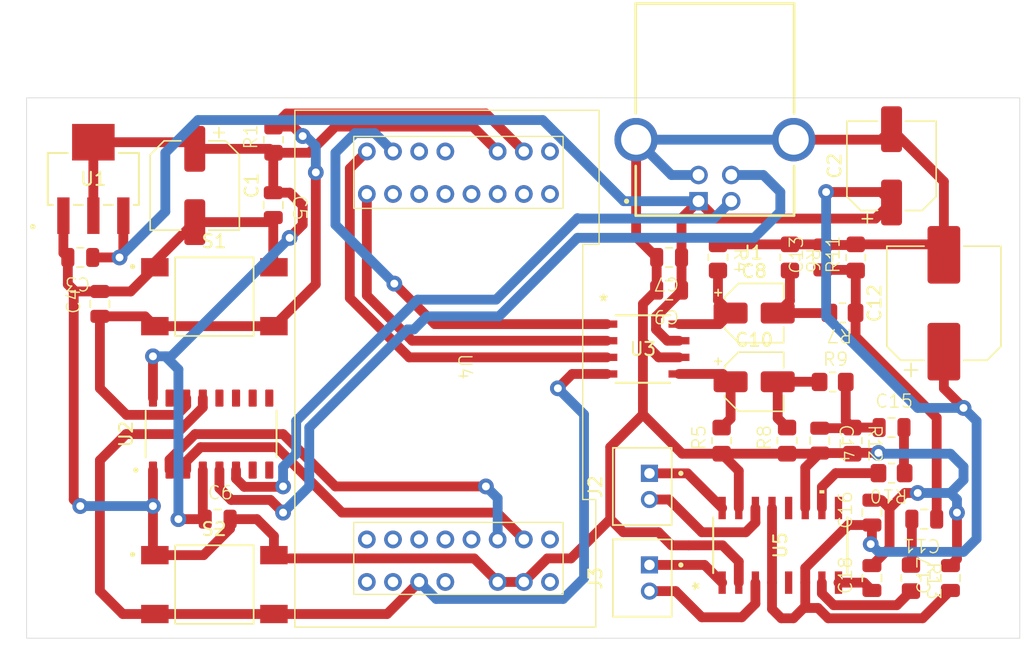
<source format=kicad_pcb>
(kicad_pcb (version 20240108) (generator "pcbnew") (generator_version "8.0")
  (layers (0 "F.Cu" signal) (31 "B.Cu" signal) (34 "B.Paste" user) (35 "F.Paste" user) (36 "B.SilkS" user "B.Silkscreen") (37 "F.SilkS" user "F.Silkscreen") (38 "B.Mask" user) (39 "F.Mask" user) (44 "Edge.Cuts" user))
  (net 0 "")
  (net 1 "GND")
  (net 2 "+3.3V")
  (net 3 "+5V")
  (net 4 "Net-(U3-AOUTR)")
  (net 5 "Net-(C8-Pad2)")
  (net 6 "Net-(U3-AOUTL)")
  (net 7 "Net-(C11-Pad2)")
  (net 8 "/Audio-Amp/Audo_L")
  (net 9 "/Audio-Amp/Audio_R")
  (net 10 "Net-(C10-Pad2)")
  (net 11 "Net-(U5-VREF)")
  (net 12 "/EN")
  (net 13 "Net-(C15-Pad2)")
  (net 14 "/Audio-Amp/R-")
  (net 15 "/Audio-Amp/R+")
  (net 16 "/Audio-Amp/L+")
  (net 17 "/Audio-Amp/L-")
  (net 18 "D+")
  (net 19 "D-")
  (net 20 "/IO0")
  (net 21 "Net-(U5-INL)")
  (net 22 "Net-(U5-INR)")
  (net 24 "/Data")
  (net 33 "/RX_ESP")
  (net 38 "/BCLK")
  (net 40 "/WS")
  (net 42 "/TX_ESP")
  (footprint "PVA_board:2mm_2row_esp32_breakout" (layer "F.Cu") (at 140.9 101.85 -90)
    (property "Reference" "U4")
    (property "Value" "~")
  )
  (footprint "PVA_board:C-0805" (layer "F.Cu") (at 157 93.5 180)
    (property "Reference" "C7")
    (property "Value" "1uF")
  )
  (footprint "PVA_board:C-0805" (layer "F.Cu") (at 112 93.5 180)
    (property "Reference" "C3")
    (property "Value" "100nF")
  )
  (footprint "PVA_board:R-0805" (layer "F.Cu") (at 166.25 93.5 -90)
    (property "Reference" "R6")
    (property "Value" "10k")
  )
  (footprint "PVA_board:R-0805" (layer "F.Cu") (at 170.25 97.75 180)
    (property "Reference" "R7")
    (property "Value" "560")
  )
  (footprint "PVA_board:C-0805" (layer "F.Cu") (at 126.75 89.5 -90)
    (property "Reference" "C5")
    (property "Value" "100nF")
  )
  (footprint "PVA_board:C-0805" (layer "F.Cu") (at 176.5 113.5 180)
    (property "Reference" "C11")
    (property "Value" "0.47uF")
  )
  (footprint "PVA_board:CH430C_SOP16" (layer "F.Cu") (at 122 107 90)
    (property "Reference" "U2")
    (property "Value" "CH340C")
  )
  (footprint "PVA_board:CP_Elec_4x5.4" (layer "F.Cu") (at 163.5 97.75)
    (property "Reference" "C8")
    (property "Value" "3.3uF")
  )
  (footprint "PVA_board:R-0805" (layer "F.Cu") (at 166 107.5 90)
    (property "Reference" "R8")
    (property "Value" "10k")
  )
  (footprint "PVA_board:CP_Elec_6.3x5.4" (layer "F.Cu") (at 120.75 88 -90)
    (property "Reference" "C1")
    (property "Value" "22uF")
  )
  (footprint "PVA_board:C-0805" (layer "F.Cu") (at 174 106.5)
    (property "Reference" "C15")
    (property "Value" "0.47uF")
  )
  (footprint "PVA_board:JST_B2B-PH" (layer "F.Cu") (at 155.5 118 90)
    (property "Reference" "J3")
    (property "Value" "Audio_L")
  )
  (footprint "PVA_board:CP_Elec_8x10.5" (layer "F.Cu") (at 178 97 90)
    (property "Reference" "C12")
    (property "Value" "470uF")
  )
  (footprint "PVA_board:C-0805" (layer "F.Cu") (at 168.515 107.5 -90)
    (property "Reference" "C14")
    (property "Value" "6nF")
  )
  (footprint "PVA_board:SAMTEC_USB-B-S-X-X-TH" (layer "F.Cu") (at 160.5 81.5 180)
    (property "Reference" "J1")
    (property "Value" "USB-B")
  )
  (footprint "PVA_board:SOIC_8403DR_PAM8403-M" (layer "F.Cu") (at 165.5 115.5 90)
    (property "Reference" "U5")
    (property "Value" "PAM8403DR")
  )
  (footprint "PVA_board:R-0805" (layer "F.Cu") (at 175.5 118 -90)
    (property "Reference" "R13")
    (property "Value" "20k")
  )
  (footprint "PVA_board:R-0805" (layer "F.Cu") (at 126.75 84.5 90)
    (property "Reference" "R1")
    (property "Value" "10k")
  )
  (footprint "PVA_board:R-0805" (layer "F.Cu") (at 169.5 103)
    (property "Reference" "R9")
    (property "Value" "560")
  )
  (footprint "PVA_board:C-0805" (layer "F.Cu") (at 113.5 97.05 90)
    (property "Reference" "C4")
    (property "Value" "1uF")
  )
  (footprint "PVA_board:SW_4pin_SMD" (layer "F.Cu") (at 122.25 96.5)
    (property "Reference" "S1")
    (property "Value" "1571527-2")
  )
  (footprint "PVA_board:SW_4pin_SMD" (layer "F.Cu") (at 122.25 118.5)
    (property "Reference" "S2")
    (property "Value" "1571527-2")
  )
  (footprint "PVA_board:R-0805" (layer "F.Cu") (at 161 107.5 90)
    (property "Reference" "R5")
    (property "Value" "267k")
  )
  (footprint "PVA_board:R-0805" (layer "F.Cu") (at 174 110 180)
    (property "Reference" "R10")
    (property "Value" "20k")
  )
  (footprint "PVA_board:C-0805" (layer "F.Cu") (at 157 96 180)
    (property "Reference" "C9")
    (property "Value" "0.1uF")
  )
  (footprint "PVA_board:CP_Elec_4x5.4" (layer "F.Cu") (at 163.5 103)
    (property "Reference" "C10")
    (property "Value" "3.3uF")
  )
  (footprint "PVA_board:R-0805" (layer "F.Cu") (at 160.75 93.5 -90)
    (property "Reference" "R4")
    (property "Value" "267k")
  )
  (footprint "PVA_board:SOT_AMS_ADS-M" (layer "F.Cu") (at 113 87.5)
    (property "Reference" "U1")
    (property "Value" "AMS1117")
  )
  (footprint "PVA_board:C-0805" (layer "F.Cu") (at 178.5 118 90)
    (property "Reference" "C17")
    (property "Value" "1uF")
  )
  (footprint "PVA_board:CIR-SOIC-8_W150-M" (layer "F.Cu") (at 155 100.5)
    (property "Reference" "U3")
    (property "Value" "CS4334-KSZ")
  )
  (footprint "PVA_board:C-0805" (layer "F.Cu") (at 172.5 118 90)
    (property "Reference" "C18")
    (property "Value" ".1uF")
  )
  (footprint "PVA_board:C-0805" (layer "F.Cu") (at 168.75 93.5 90)
    (property "Reference" "C13")
    (property "Value" "6nF")
  )
  (footprint "PVA_board:C-0805" (layer "F.Cu") (at 172.5 113 90)
    (property "Reference" "C16")
    (property "Value" "1uF")
  )
  (footprint "PVA_board:JST_B2B-PH" (layer "F.Cu") (at 155.5 111 90)
    (property "Reference" "J2")
    (property "Value" "Audio_R")
  )
  (footprint "PVA_board:R-0805" (layer "F.Cu") (at 171.25 93.5 90)
    (property "Reference" "R11")
    (property "Value" "22k")
  )
  (footprint "PVA_board:CP_Elec_6.3x5.4" (layer "F.Cu") (at 174 86.5 90)
    (property "Reference" "C2")
    (property "Value" "22uF")
  )
  (footprint "PVA_board:R-0805" (layer "F.Cu") (at 171.015 107.5 -90)
    (property "Reference" "R12")
    (property "Value" "22k")
  )
  (footprint "PVA_board:C-0805" (layer "F.Cu") (at 122.5 113.5)
    (property "Reference" "C6")
    (property "Value" "0.1uF")
  )
  (gr_rect (start 107.9 81.3) (end 183.8 122.6) (stroke (width 0.05)) (fill none) (layer "Edge.Cuts"))
  (segment (start 177.2 92.5) (end 178 93.3) (width 0.75) (layer "F.Cu") (net 1))
  (segment (start 174 83.7) (end 178 87.7) (width 0.75) (layer "F.Cu") (net 1))
  (segment (start 173.2 84.5) (end 174 83.7) (width 0.75) (layer "F.Cu") (net 1))
  (segment (start 168.45 92.5) (end 168.5 92.55) (width 0.75) (layer "F.Cu") (net 1))
  (segment (start 152.5 113.5) (end 153.5 114.5) (width 0.75) (layer "F.Cu") (net 1))
  (segment (start 155 99.9292) (end 156.2058 101.135) (width 0.75) (layer "F.Cu") (net 1))
  (segment (start 168.515 108.45) (end 167.405 109.56) (width 0.75) (layer "F.Cu") (net 1))
  (segment (start 173.85 115.7) (end 172.5 117.05) (width 0.75) (layer "F.Cu") (net 1))
  (segment (start 156.2058 101.135) (end 157.7559 101.135) (width 0.75) (layer "F.Cu") (net 1))
  (segment (start 110.71 93.16) (end 111.05 93.5) (width 0.75) (layer "F.Cu") (net 1))
  (segment (start 173.85 112.675) (end 173.85 115.7) (width 0.75) (layer "F.Cu") (net 1))
  (segment (start 166.015 108.5) (end 168.465 108.5) (width 0.75) (layer "F.Cu") (net 1))
  (segment (start 173.225 112.05) (end 173.85 112.675) (width 0.75) (layer "F.Cu") (net 1))
  (segment (start 170.95 108.45) (end 171 108.5) (width 0.75) (layer "F.Cu") (net 1))
  (segment (start 128 116.5) (end 142.1 116.5) (width 0.75) (layer "F.Cu") (net 1))
  (segment (start 110.71 90.3067) (end 110.71 93.16) (width 0.75) (layer "F.Cu") (net 1))
  (segment (start 143.9 118.3) (end 145.9 118.3) (width 0.75) (layer "F.Cu") (net 1))
  (segment (start 156.05 93.5) (end 156.05 96) (width 0.75) (layer "F.Cu") (net 1))
  (segment (start 168.465 108.5) (end 168.515 108.45) (width 0.75) (layer "F.Cu") (net 1))
  (segment (start 162.325 118.35115) (end 162.325 116.7439) (width 0.75) (layer "F.Cu") (net 1))
  (segment (start 155 105.5) (end 158 108.5) (width 0.75) (layer "F.Cu") (net 1))
  (segment (start 179 113) (end 179 116.55) (width 0.75) (layer "F.Cu") (net 1))
  (segment (start 123.45 114.225) (end 123.45 113.5) (width 0.75) (layer "F.Cu") (net 1))
  (segment (start 147.7 116.5) (end 149.5 116.5) (width 0.75) (layer "F.Cu") (net 1))
  (segment (start 117.7 116.25) (end 121.425 116.25) (width 0.75) (layer "F.Cu") (net 1))
  (segment (start 171.015 92.5) (end 177.2 92.5) (width 0.75) (layer "F.Cu") (net 1))
  (segment (start 162.325 112.64885) (end 162.325 109.81) (width 0.75) (layer "F.Cu") (net 1))
  (segment (start 170.965 92.55) (end 171.015 92.5) (width 0.75) (layer "F.Cu") (net 1))
  (segment (start 168.5 92.55) (end 170.965 92.55) (width 0.75) (layer "F.Cu") (net 1))
  (segment (start 121.425 116.25) (end 123.45 114.225) (width 0.75) (layer "F.Cu") (net 1))
  (segment (start 111.05 95.55) (end 111.6 96.1) (width 0.75) (layer "F.Cu") (net 1))
  (segment (start 154.48 91.93) (end 156.05 93.5) (width 0.75) (layer "F.Cu") (net 1))
  (segment (start 161.0811 115.5) (end 158.5 115.5) (width 0.75) (layer "F.Cu") (net 1))
  (segment (start 171.065 108.435) (end 171 108.5) (width 0.75) (layer "F.Cu") (net 1))
  (segment (start 153.5 114.5) (end 156.19122 114.5) (width 0.75) (layer "F.Cu") (net 1))
  (segment (start 126.4 90.8) (end 126.75 90.45) (width 0.75) (layer "F.Cu") (net 1))
  (segment (start 172.5 112.05) (end 173.225 112.05) (width 0.75) (layer "F.Cu") (net 1))
  (segment (start 120.75 90.8) (end 126.4 90.8) (width 0.75) (layer "F.Cu") (net 1))
  (segment (start 155 97.05) (end 155 99.9292) (width 0.75) (layer "F.Cu") (net 1))
  (segment (start 173.85 112.675) (end 175.025 111.5) (width 0.75) (layer "F.Cu") (net 1))
  (segment (start 126.8 114.8) (end 126.8 116.25) (width 0.75) (layer "F.Cu") (net 1))
  (segment (start 113.5 96.1) (end 115.85 96.1) (width 0.75) (layer "F.Cu") (net 1))
  (segment (start 112 112.5) (end 111.5 112) (width 0.75) (layer "F.Cu") (net 1))
  (segment (start 168.515 108.45) (end 170.95 108.45) (width 0.75) (layer "F.Cu") (net 1))
  (segment (start 158 108.5) (end 161.015 108.5) (width 0.75) (layer "F.Cu") (net 1))
  (segment (start 145.9 118.3) (end 147.7 116.5) (width 0.75) (layer "F.Cu") (net 1))
  (segment (start 126.75 94.2) (end 126.8 94.25) (width 0.75) (layer "F.Cu") (net 1))
  (segment (start 117.7 94.25) (end 117.7 93.85) (width 0.75) (layer "F.Cu") (net 1))
  (segment (start 154.48 84.5) (end 154.48 91.93) (width 0.75) (layer "F.Cu") (net 1))
  (segment (start 173 108.435) (end 171.065 108.435) (width 0.75) (layer "F.Cu") (net 1))
  (segment (start 115.85 96.1) (end 117.7 94.25) (width 0.75) (layer "F.Cu") (net 1))
  (segment (start 166.52 84.5) (end 173.2 84.5) (width 0.75) (layer "F.Cu") (net 1))
  (segment (start 117.555 109.75) (end 117.555 116.105) (width 0.75) (layer "F.Cu") (net 1))
  (segment (start 179 116.55) (end 178.5 117.05) (width 0.75) (layer "F.Cu") (net 1))
  (segment (start 111.05 93.5) (end 111.05 95.55) (width 0.75) (layer "F.Cu") (net 1))
  (segment (start 178 87.7) (end 178 93.3) (width 0.75) (layer "F.Cu") (net 1))
  (segment (start 117.555 116.105) (end 117.7 116.25) (width 0.75) (layer "F.Cu") (net 1))
  (segment (start 111.5 96) (end 111.05 95.55) (width 0.75) (layer "F.Cu") (net 1))
  (segment (start 175.025 111.5) (end 176 111.5) (width 0.75) (layer "F.Cu") (net 1))
  (segment (start 149.5 116.5) (end 152.5 113.5) (width 0.75) (layer "F.Cu") (net 1))
  (segment (start 162.325 116.7439) (end 161.0811 115.5) (width 0.75) (layer "F.Cu") (net 1))
  (segment (start 155 99.9292) (end 155 105.5) (width 0.75) (layer "F.Cu") (net 1))
  (segment (start 152.5 108) (end 152.5 113.5) (width 0.75) (layer "F.Cu") (net 1))
  (segment (start 111.5 112) (end 111.5 96) (width 0.75) (layer "F.Cu") (net 1))
  (segment (start 160.985 92.5) (end 165.985 92.5) (width 0.75) (layer "F.Cu") (net 1))
  (segment (start 165.985 92.5) (end 168.45 92.5) (width 0.75) (layer "F.Cu") (net 1))
  (segment (start 157.19122 115.5) (end 158.5 115.5) (width 0.75) (layer "F.Cu") (net 1))
  (segment (start 155 105.5) (end 152.5 108) (width 0.75) (layer "F.Cu") (net 1))
  (segment (start 161.015 108.5) (end 166.015 108.5) (width 0.75) (layer "F.Cu") (net 1))
  (segment (start 111.6 96.1) (end 113.5 96.1) (width 0.75) (layer "F.Cu") (net 1))
  (segment (start 142.1 116.5) (end 143.9 118.3) (width 0.75) (layer "F.Cu") (net 1))
  (segment (start 167.405 109.56) (end 167.405 112.64885) (width 0.75) (layer "F.Cu") (net 1))
  (segment (start 123.45 113.5) (end 125.5 113.5) (width 0.75) (layer "F.Cu") (net 1))
  (segment (start 117.7 93.85) (end 120.75 90.8) (width 0.75) (layer "F.Cu") (net 1))
  (segment (start 125.5 113.5) (end 126.8 114.8) (width 0.75) (layer "F.Cu") (net 1))
  (segment (start 162.325 109.81) (end 161.015 108.5) (width 0.75) (layer "F.Cu") (net 1))
  (segment (start 156.19122 114.5) (end 157.19122 115.5) (width 0.75) (layer "F.Cu") (net 1))
  (segment (start 126.75 90.45) (end 126.75 94.2) (width 0.75) (layer "F.Cu") (net 1))
  (segment (start 156.05 96) (end 155 97.05) (width 0.75) (layer "F.Cu") (net 1))
  (via (at 176 111.5) (size 1.2) (drill 0.6) (layers "F.Cu" "B.Cu") (net 1))
  (via (at 179 113) (size 1.2) (drill 0.6) (layers "F.Cu" "B.Cu") (net 1))
  (via (at 173 108.435) (size 1.2) (drill 0.6) (layers "F.Cu" "B.Cu") (net 1))
  (via (at 112 112.5) (size 1.2) (drill 0.6) (layers "F.Cu" "B.Cu") (net 1))
  (via (at 117.555 112.5) (size 1.2) (drill 0.6) (layers "F.Cu" "B.Cu") (net 1))
  (segment (start 159.25 87.2) (end 157.18 87.2) (width 0.75) (layer "B.Cu") (net 1))
  (segment (start 178.5 111.5) (end 179 112) (width 0.75) (layer "B.Cu") (net 1))
  (segment (start 178.5 111.5) (end 179.5 110.5) (width 0.75) (layer "B.Cu") (net 1))
  (segment (start 154.48 84.5) (end 166.52 84.5) (width 0.75) (layer "B.Cu") (net 1))
  (segment (start 179.5 109.5) (end 178.5 108.5) (width 0.75) (layer "B.Cu") (net 1))
  (segment (start 173 108.5) (end 173 108.435) (width 0.75) (layer "B.Cu") (net 1))
  (segment (start 179.5 110.5) (end 179.5 109.5) (width 0.75) (layer "B.Cu") (net 1))
  (segment (start 178.5 108.5) (end 173 108.5) (width 0.75) (layer "B.Cu") (net 1))
  (segment (start 112 112.5) (end 117.555 112.5) (width 0.75) (layer "B.Cu") (net 1))
  (segment (start 179 112) (end 179 113) (width 0.75) (layer "B.Cu") (net 1))
  (segment (start 157.18 87.2) (end 154.48 84.5) (width 0.75) (layer "B.Cu") (net 1))
  (segment (start 176 111.5) (end 178.5 111.5) (width 0.75) (layer "B.Cu") (net 1))
  (segment (start 126.75 88.55) (end 126.75 85.515) (width 0.75) (layer "F.Cu") (net 2))
  (segment (start 142 83.5) (end 143.9 85.4) (width 0.75) (layer "F.Cu") (net 2))
  (segment (start 126.465 85.2) (end 126.765 85.5) (width 0.75) (layer "F.Cu") (net 2))
  (segment (start 113 84.6933) (end 120.2433 84.6933) (width 0.75) (layer "F.Cu") (net 2))
  (segment (start 121.365 113.315) (end 121.55 113.5) (width 0.75) (layer "F.Cu") (net 2))
  (segment (start 126.75 88.55) (end 128.0125 88.55) (width 0.75) (layer "F.Cu") (net 2))
  (segment (start 113 90.3067) (end 113 84.6933) (width 0.75) (layer "F.Cu") (net 2))
  (segment (start 120.45 85.5) (end 120.75 85.2) (width 0.75) (layer "F.Cu") (net 2))
  (segment (start 120.75 85.2) (end 126.465 85.2) (width 0.75) (layer "F.Cu") (net 2))
  (segment (start 129 91) (end 128 92) (width 0.75) (layer "F.Cu") (net 2))
  (segment (start 120.2433 84.6933) (end 120.75 85.2) (width 0.75) (layer "F.Cu") (net 2))
  (segment (start 129 89.5375) (end 129 91) (width 0.75) (layer "F.Cu") (net 2))
  (segment (start 131.5 83.5) (end 142 83.5) (width 0.75) (layer "F.Cu") (net 2))
  (segment (start 129.5 85.5) (end 131.5 83.5) (width 0.75) (layer "F.Cu") (net 2))
  (segment (start 126.765 85.5) (end 129.5 85.5) (width 0.75) (layer "F.Cu") (net 2))
  (segment (start 117.555 101.055) (end 117.555 104.25) (width 0.75) (layer "F.Cu") (net 2))
  (segment (start 126.75 85.515) (end 126.765 85.5) (width 0.75) (layer "F.Cu") (net 2))
  (segment (start 121.365 109.75) (end 121.365 113.315) (width 0.75) (layer "F.Cu") (net 2))
  (segment (start 121.55 113.5) (end 119.5 113.5) (width 0.75) (layer "F.Cu") (net 2))
  (segment (start 128.0125 88.55) (end 129 89.5375) (width 0.75) (layer "F.Cu") (net 2))
  (via (at 128 92) (size 1.2) (drill 0.6) (layers "F.Cu" "B.Cu") (net 2))
  (via (at 119.5 113.5) (size 1.2) (drill 0.6) (layers "F.Cu" "B.Cu") (net 2))
  (via (at 117.555 101.055) (size 1.2) (drill 0.6) (layers "F.Cu" "B.Cu") (net 2))
  (segment (start 119.5 102.055) (end 118.5 101.055) (width 0.75) (layer "B.Cu") (net 2))
  (segment (start 117.555 101.055) (end 118.945 101.055) (width 0.75) (layer "B.Cu") (net 2))
  (segment (start 118.945 101.055) (end 128 92) (width 0.75) (layer "B.Cu") (net 2))
  (segment (start 119.5 113.5) (end 119.5 102.055) (width 0.75) (layer "B.Cu") (net 2))
  (segment (start 178.5 118.95) (end 176.374999 121.075001) (width 0.75) (layer "F.Cu") (net 3))
  (segment (start 157.95 96) (end 157.95 96.069364) (width 0.75) (layer "F.Cu") (net 3))
  (segment (start 176.374999 121.075001) (end 169.160787 121.075001) (width 0.75) (layer "F.Cu") (net 3))
  (segment (start 167.405 118.35115) (end 167.405 117.2345) (width 0.75) (layer "F.Cu") (net 3))
  (segment (start 169.160787 121.075001) (end 168.373286 120.2875) (width 0.75) (layer "F.Cu") (net 3))
  (segment (start 178 103.5) (end 178 100.7) (width 0.75) (layer "F.Cu") (net 3))
  (segment (start 173.2 88.5) (end 169 88.5) (width 0.75) (layer "F.Cu") (net 3))
  (segment (start 167.405 117.2345) (end 170.6895 113.95) (width 0.75) (layer "F.Cu") (net 3))
  (segment (start 156 98.019364) (end 156 99) (width 0.75) (layer "F.Cu") (net 3))
  (segment (start 156.865 99.865) (end 157.7559 99.865) (width 0.75) (layer "F.Cu") (net 3))
  (segment (start 159.25 89.2) (end 160.579 90.529) (width 0.75) (layer "F.Cu") (net 3))
  (segment (start 174 89.3) (end 173.2 88.5) (width 0.75) (layer "F.Cu") (net 3))
  (segment (start 160.579 90.529) (end 172.771 90.529) (width 0.75) (layer "F.Cu") (net 3))
  (segment (start 167.405 118.35115) (end 167.405 120.17) (width 0.75) (layer "F.Cu") (net 3))
  (segment (start 166.5 121.075) (end 165.575 121.075) (width 0.75) (layer "F.Cu") (net 3))
  (segment (start 164.865 112.64885) (end 164.865 118.35115) (width 0.75) (layer "F.Cu") (net 3))
  (segment (start 179.5 105) (end 178 103.5) (width 0.75) (layer "F.Cu") (net 3))
  (segment (start 157.95 93.5) (end 157.95 90.5) (width 0.75) (layer "F.Cu") (net 3))
  (segment (start 164.865 120.365) (end 164.865 118.35115) (width 0.75) (layer "F.Cu") (net 3))
  (segment (start 172.5 113.95) (end 172.5 115.5) (width 0.75) (layer "F.Cu") (net 3))
  (segment (start 157.95 90.5) (end 159.25 89.2) (width 0.75) (layer "F.Cu") (net 3))
  (segment (start 112.95 93.5) (end 115 93.5) (width 0.75) (layer "F.Cu") (net 3))
  (segment (start 165.575 121.075) (end 164.865 120.365) (width 0.75) (layer "F.Cu") (net 3))
  (segment (start 157.95 96.069364) (end 156 98.019364) (width 0.75) (layer "F.Cu") (net 3))
  (segment (start 170.6895 113.95) (end 172.5 113.95) (width 0.75) (layer "F.Cu") (net 3))
  (segment (start 115 93.5) (end 115.29 93.21) (width 0.75) (layer "F.Cu") (net 3))
  (segment (start 156 99) (end 156.865 99.865) (width 0.75) (layer "F.Cu") (net 3))
  (segment (start 115.29 93.21) (end 115.29 90.3067) (width 0.75) (layer "F.Cu") (net 3))
  (segment (start 172.771 90.529) (end 174 89.3) (width 0.75) (layer "F.Cu") (net 3))
  (segment (start 157.95 93.5) (end 157.95 96) (width 0.75) (layer "F.Cu") (net 3))
  (segment (start 167.2875 120.2875) (end 166.5 121.075) (width 0.75) (layer "F.Cu") (net 3))
  (segment (start 172.5 115.5) (end 172.408794 115.408794) (width 0.75) (layer "F.Cu") (net 3))
  (segment (start 168.373286 120.2875) (end 167.2875 120.2875) (width 0.75) (layer "F.Cu") (net 3))
  (via (at 172.408794 115.408794) (size 1.2) (drill 0.6) (layers "F.Cu" "B.Cu") (net 3))
  (via (at 169 88.5) (size 1.2) (drill 0.6) (layers "F.Cu" "B.Cu") (net 3))
  (via (at 115 93.5) (size 1.2) (drill 0.6) (layers "F.Cu" "B.Cu") (net 3))
  (via (at 179.5 105) (size 1.2) (drill 0.6) (layers "F.Cu" "B.Cu") (net 3))
  (segment (start 115 93.5) (end 118.5 90) (width 0.75) (layer "B.Cu") (net 3))
  (segment (start 118.5 90) (end 118.5 85.5) (width 0.75) (layer "B.Cu") (net 3))
  (segment (start 153.538478 89.2) (end 159.25 89.2) (width 0.75) (layer "B.Cu") (net 3))
  (segment (start 180.5 106) (end 179.5 105) (width 0.75) (layer "B.Cu") (net 3))
  (segment (start 172.408794 115.408794) (end 173 116) (width 0.75) (layer "B.Cu") (net 3))
  (segment (start 118.5 85.5) (end 121 83) (width 0.75) (layer "B.Cu") (net 3))
  (segment (start 180.5 115) (end 180.5 106) (width 0.75) (layer "B.Cu") (net 3))
  (segment (start 179.5 116) (end 180.5 115) (width 0.75) (layer "B.Cu") (net 3))
  (segment (start 121 83) (end 147.338478 83) (width 0.75) (layer "B.Cu") (net 3))
  (segment (start 147.338478 83) (end 153.538478 89.2) (width 0.75) (layer "B.Cu") (net 3))
  (segment (start 179.5 105) (end 176 105) (width 0.75) (layer "B.Cu") (net 3))
  (segment (start 176 105) (end 169 98) (width 0.75) (layer "B.Cu") (net 3))
  (segment (start 173 116) (end 179.5 116) (width 0.75) (layer "B.Cu") (net 3))
  (segment (start 169 98) (end 169 88.5) (width 0.75) (layer "B.Cu") (net 3))
  (segment (start 157.7559 102.405) (end 161.105 102.405) (width 0.75) (layer "F.Cu") (net 4))
  (segment (start 161.105 102.405) (end 161.7 103) (width 0.75) (layer "F.Cu") (net 4))
  (segment (start 161.7 103) (end 161.7 105.815) (width 0.75) (layer "F.Cu") (net 4))
  (segment (start 161.7 105.815) (end 161.015 106.5) (width 0.75) (layer "F.Cu") (net 4))
  (segment (start 165.3 97.75) (end 169.235 97.75) (width 0.75) (layer "F.Cu") (net 5))
  (segment (start 169.235 97.75) (end 169.25 97.735) (width 0.75) (layer "F.Cu") (net 5))
  (segment (start 166.235 94.5) (end 166.235 96.815) (width 0.75) (layer "F.Cu") (net 5))
  (segment (start 166.235 96.815) (end 165.3 97.75) (width 0.75) (layer "F.Cu") (net 5))
  (segment (start 160.855 98.595) (end 161.7 97.75) (width 0.75) (layer "F.Cu") (net 6))
  (segment (start 157.7559 98.595) (end 160.855 98.595) (width 0.75) (layer "F.Cu") (net 6))
  (segment (start 160.735 94.5) (end 160.735 96.785) (width 0.75) (layer "F.Cu") (net 6))
  (segment (start 160.735 96.785) (end 161.7 97.75) (width 0.75) (layer "F.Cu") (net 6))
  (segment (start 175.55 116.935) (end 175.485 117) (width 0.75) (layer "F.Cu") (net 7))
  (segment (start 175.55 113.5) (end 175.55 116.935) (width 0.75) (layer "F.Cu") (net 7))
  (segment (start 177.45 105.75) (end 177.45 113.5) (width 0.75) (layer "F.Cu") (net 8))
  (segment (start 168.5 94.45) (end 170.965 94.45) (width 0.75) (layer "F.Cu") (net 8))
  (segment (start 171.25 99.55) (end 177.45 105.75) (width 0.75) (layer "F.Cu") (net 8))
  (segment (start 171.265 97.72) (end 171.25 97.735) (width 0.75) (layer "F.Cu") (net 8))
  (segment (start 171.25 97.735) (end 171.25 99.55) (width 0.75) (layer "F.Cu") (net 8))
  (segment (start 171.265 94.5) (end 171.265 97.72) (width 0.75) (layer "F.Cu") (net 8))
  (segment (start 171 106.5) (end 173.05 106.5) (width 0.75) (layer "F.Cu") (net 9))
  (segment (start 170.95 106.55) (end 171 106.5) (width 0.75) (layer "F.Cu") (net 9))
  (segment (start 170.5 103.015) (end 170.5 106) (width 0.75) (layer "F.Cu") (net 9))
  (segment (start 168.515 106.55) (end 170.95 106.55) (width 0.75) (layer "F.Cu") (net 9))
  (segment (start 170.5 106) (end 171 106.5) (width 0.75) (layer "F.Cu") (net 9))
  (segment (start 168.485 103) (end 168.5 103.015) (width 0.75) (layer "F.Cu") (net 10))
  (segment (start 165.3 103) (end 165.3 105.785) (width 0.75) (layer "F.Cu") (net 10))
  (segment (start 165.3 103) (end 168.485 103) (width 0.75) (layer "F.Cu") (net 10))
  (segment (start 165.3 105.785) (end 166.015 106.5) (width 0.75) (layer "F.Cu") (net 10))
  (segment (start 171.90115 118.35115) (end 172.5 118.95) (width 0.75) (layer "F.Cu") (net 11))
  (segment (start 169.945 118.35115) (end 171.90115 118.35115) (width 0.75) (layer "F.Cu") (net 11))
  (segment (start 113.5 98) (end 113.5 103.5) (width 0.75) (layer "F.Cu") (net 12))
  (segment (start 120.095 104.81858) (end 120.095 104.25) (width 0.75) (layer "F.Cu") (net 12))
  (segment (start 113.5 103.5) (end 115.53 105.53) (width 0.75) (layer "F.Cu") (net 12))
  (segment (start 127.765 82.5) (end 126.765 83.5) (width 0.75) (layer "F.Cu") (net 12))
  (segment (start 113.5 98) (end 116.95 98) (width 0.75) (layer "F.Cu") (net 12))
  (segment (start 119.38358 105.53) (end 120.095 104.81858) (width 0.75) (layer "F.Cu") (net 12))
  (segment (start 130 95.55) (end 130 87) (width 0.75) (layer "F.Cu") (net 12))
  (segment (start 128.275 83.5) (end 129 84.225) (width 0.75) (layer "F.Cu") (net 12))
  (segment (start 126.765 83.5) (end 128.275 83.5) (width 0.75) (layer "F.Cu") (net 12))
  (segment (start 145.9 85.4) (end 143 82.5) (width 0.75) (layer "F.Cu") (net 12))
  (segment (start 115.53 105.53) (end 119.38358 105.53) (width 0.75) (layer "F.Cu") (net 12))
  (segment (start 117.7 98.75) (end 126.8 98.75) (width 0.75) (layer "F.Cu") (net 12))
  (segment (start 143 82.5) (end 127.765 82.5) (width 0.75) (layer "F.Cu") (net 12))
  (segment (start 116.95 98) (end 117.7 98.75) (width 0.75) (layer "F.Cu") (net 12))
  (segment (start 126.8 98.75) (end 130 95.55) (width 0.75) (layer "F.Cu") (net 12))
  (via (at 129 84.225) (size 1.2) (drill 0.6) (layers "F.Cu" "B.Cu") (net 12))
  (via (at 130 87) (size 1.2) (drill 0.6) (layers "F.Cu" "B.Cu") (net 12))
  (segment (start 129 84) (end 129 84.225) (width 0.75) (layer "B.Cu") (net 12))
  (segment (start 130 85) (end 129 84) (width 0.75) (layer "B.Cu") (net 12))
  (segment (start 130 87) (end 130 85) (width 0.75) (layer "B.Cu") (net 12))
  (segment (start 174.95 106.5) (end 174.95 109.935) (width 0.75) (layer "F.Cu") (net 13))
  (segment (start 174.95 109.935) (end 175 109.985) (width 0.75) (layer "F.Cu") (net 13))
  (segment (start 162.8605 114.5) (end 159.5 114.5) (width 0.75) (layer "F.Cu") (net 14))
  (segment (start 157 112) (end 155.5 112) (width 0.75) (layer "F.Cu") (net 14))
  (segment (start 159.5 114.5) (end 157 112) (width 0.75) (layer "F.Cu") (net 14))
  (segment (start 163.595 112.64885) (end 163.595 113.7655) (width 0.75) (layer "F.Cu") (net 14))
  (segment (start 163.595 113.7655) (end 162.8605 114.5) (width 0.75) (layer "F.Cu") (net 14))
  (segment (start 161.055 112.64885) (end 158.40615 110) (width 0.75) (layer "F.Cu") (net 15))
  (segment (start 158.40615 110) (end 155.5 110) (width 0.75) (layer "F.Cu") (net 15))
  (segment (start 159.70385 117) (end 155.5 117) (width 0.75) (layer "F.Cu") (net 16))
  (segment (start 161.055 118.35115) (end 159.70385 117) (width 0.75) (layer "F.Cu") (net 16))
  (segment (start 162.5534 121) (end 159.5 121) (width 0.75) (layer "F.Cu") (net 17))
  (segment (start 163.595 119.9584) (end 162.5534 121) (width 0.75) (layer "F.Cu") (net 17))
  (segment (start 157.5 119) (end 155.5 119) (width 0.75) (layer "F.Cu") (net 17))
  (segment (start 163.595 118.35115) (end 163.595 119.9584) (width 0.75) (layer "F.Cu") (net 17))
  (segment (start 159.5 121) (end 157.5 119) (width 0.75) (layer "F.Cu") (net 17))
  (segment (start 126.53 112.03) (end 123.53 112.03) (width 0.75) (layer "F.Cu") (net 18))
  (segment (start 127.5 113) (end 126.53 112.03) (width 0.75) (layer "F.Cu") (net 18))
  (segment (start 123.53 112.03) (end 122.635 111.135) (width 0.75) (layer "F.Cu") (net 18))
  (segment (start 122.635 111.135) (end 122.635 109.75) (width 0.75) (layer "F.Cu") (net 18))
  (via (at 127.5 113) (size 1.2) (drill 0.6) (layers "F.Cu" "B.Cu") (net 18))
  (segment (start 164.2 87.2) (end 161.75 87.2) (width 0.75) (layer "B.Cu") (net 18))
  (segment (start 137.5 99) (end 138.5 98) (width 0.75) (layer "B.Cu") (net 18))
  (segment (start 127.5 113) (end 129.5 111) (width 0.75) (layer "B.Cu") (net 18))
  (segment (start 165.5 90) (end 165.5 88.5) (width 0.75) (layer "B.Cu") (net 18))
  (segment (start 129.5 106.5) (end 137 99) (width 0.75) (layer "B.Cu") (net 18))
  (segment (start 129.5 111) (end 129.5 106.5) (width 0.75) (layer "B.Cu") (net 18))
  (segment (start 137 99) (end 137.5 99) (width 0.75) (layer "B.Cu") (net 18))
  (segment (start 165.5 88.5) (end 164.2 87.2) (width 0.75) (layer "B.Cu") (net 18))
  (segment (start 163.5 92) (end 165.5 90) (width 0.75) (layer "B.Cu") (net 18))
  (segment (start 150 92) (end 163.5 92) (width 0.75) (layer "B.Cu") (net 18))
  (segment (start 138.5 98) (end 144 98) (width 0.75) (layer "B.Cu") (net 18))
  (segment (start 144 98) (end 150 92) (width 0.75) (layer "B.Cu") (net 18))
  (segment (start 127.47 111.03) (end 124.530001 111.03) (width 0.75) (layer "F.Cu") (net 19))
  (segment (start 123.905 110.404999) (end 123.905 109.75) (width 0.75) (layer "F.Cu") (net 19))
  (segment (start 127.5 111) (end 127.47 111.03) (width 0.75) (layer "F.Cu") (net 19))
  (segment (start 124.530001 111.03) (end 123.905 110.404999) (width 0.75) (layer "F.Cu") (net 19))
  (via (at 127.5 111) (size 1.2) (drill 0.6) (layers "F.Cu" "B.Cu") (net 19))
  (segment (start 160.421 90.529) (end 161.75 89.2) (width 0.75) (layer "B.Cu") (net 19))
  (segment (start 128.5 106) (end 137.775 96.725) (width 0.75) (layer "B.Cu") (net 19))
  (segment (start 128.5 108.5) (end 128.5 106) (width 0.75) (layer "B.Cu") (net 19))
  (segment (start 143.775 96.725) (end 150 90.5) (width 0.75) (layer "B.Cu") (net 19))
  (segment (start 150 90.5) (end 150.029 90.529) (width 0.75) (layer "B.Cu") (net 19))
  (segment (start 127.5 111) (end 127.5 109.5) (width 0.75) (layer "B.Cu") (net 19))
  (segment (start 127.5 109.5) (end 128.5 108.5) (width 0.75) (layer "B.Cu") (net 19))
  (segment (start 137.775 96.725) (end 143.775 96.725) (width 0.75) (layer "B.Cu") (net 19))
  (segment (start 150.029 90.529) (end 160.421 90.529) (width 0.75) (layer "B.Cu") (net 19))
  (segment (start 115.25 120.75) (end 113.5 119) (width 0.75) (layer "F.Cu") (net 20))
  (segment (start 149.595 102.405) (end 148.5 103.5) (width 0.75) (layer "F.Cu") (net 20))
  (segment (start 152.2441 102.405) (end 149.595 102.405) (width 0.75) (layer "F.Cu") (net 20))
  (segment (start 121.365 104.962794) (end 121.365 104.25) (width 0.75) (layer "F.Cu") (net 20))
  (segment (start 117.7 120.75) (end 126.8 120.75) (width 0.75) (layer "F.Cu") (net 20))
  (segment (start 113.5 109) (end 115.5 107) (width 0.75) (layer "F.Cu") (net 20))
  (segment (start 117.7 120.75) (end 115.25 120.75) (width 0.75) (layer "F.Cu") (net 20))
  (segment (start 113.5 119) (end 113.5 109) (width 0.75) (layer "F.Cu") (net 20))
  (segment (start 126.8 120.75) (end 135.45 120.75) (width 0.75) (layer "F.Cu") (net 20))
  (segment (start 115.5 107) (end 119.327794 107) (width 0.75) (layer "F.Cu") (net 20))
  (segment (start 119.327794 107) (end 121.365 104.962794) (width 0.75) (layer "F.Cu") (net 20))
  (segment (start 135.45 120.75) (end 137.9 118.3) (width 0.75) (layer "F.Cu") (net 20))
  (via (at 148.5 103.5) (size 1.2) (drill 0.6) (layers "F.Cu" "B.Cu") (net 20))
  (segment (start 148.9 119.6) (end 150.5 118) (width 0.75) (layer "B.Cu") (net 20))
  (segment (start 137.9 118.3) (end 139.2 119.6) (width 0.75) (layer "B.Cu") (net 20))
  (segment (start 139.2 119.6) (end 148.9 119.6) (width 0.75) (layer "B.Cu") (net 20))
  (segment (start 150.5 118) (end 150.5 105.5) (width 0.75) (layer "B.Cu") (net 20))
  (segment (start 150.5 105.5) (end 148.5 103.5) (width 0.75) (layer "B.Cu") (net 20))
  (segment (start 175.485 119) (end 174.41 120.075) (width 0.75) (layer "F.Cu") (net 21))
  (segment (start 168.675 119.175) (end 168.675 118.35115) (width 0.75) (layer "F.Cu") (net 21))
  (segment (start 174.41 120.075) (end 169.575 120.075) (width 0.75) (layer "F.Cu") (net 21))
  (segment (start 169.575 120.075) (end 168.675 119.175) (width 0.75) (layer "F.Cu") (net 21))
  (segment (start 169.7316 109.985) (end 173 109.985) (width 0.75) (layer "F.Cu") (net 22))
  (segment (start 168.675 111.0416) (end 169.7316 109.985) (width 0.75) (layer "F.Cu") (net 22))
  (segment (start 168.675 112.64885) (end 168.675 111.0416) (width 0.75) (layer "F.Cu") (net 22))
  (segment (start 139.095 98.595) (end 152.2441 98.595) (width 0.75) (layer "F.Cu") (net 24))
  (segment (start 136 95.5) (end 139.095 98.595) (width 0.75) (layer "F.Cu") (net 24))
  (via (at 136 95.5) (size 1.2) (drill 0.6) (layers "F.Cu" "B.Cu") (net 24))
  (segment (start 134.5 84) (end 135.9 85.4) (width 0.75) (layer "B.Cu") (net 24))
  (segment (start 131.5 85.5) (end 133 84) (width 0.75) (layer "B.Cu") (net 24))
  (segment (start 131.5 91) (end 131.5 85.5) (width 0.75) (layer "B.Cu") (net 24))
  (segment (start 136 95.5) (end 131.5 91) (width 0.75) (layer "B.Cu") (net 24))
  (segment (start 133 84) (end 134.5 84) (width 0.75) (layer "B.Cu") (net 24))
  (segment (start 131.5 111) (end 143 111) (width 0.75) (layer "F.Cu") (net 33))
  (segment (start 127.499999 106.999999) (end 131.5 111) (width 0.75) (layer "F.Cu") (net 33))
  (segment (start 118.825 108.950787) (end 120.775788 106.999999) (width 0.75) (layer "F.Cu") (net 33))
  (segment (start 118.825 109.75) (end 118.825 108.950787) (width 0.75) (layer "F.Cu") (net 33))
  (segment (start 120.775788 106.999999) (end 127.499999 106.999999) (width 0.75) (layer "F.Cu") (net 33))
  (via (at 143 111) (size 1.2) (drill 0.6) (layers "F.Cu" "B.Cu") (net 33))
  (segment (start 143.9 111.9) (end 143 111) (width 0.75) (layer "B.Cu") (net 33))
  (segment (start 143.9 115.05) (end 143.9 111.9) (width 0.75) (layer "B.Cu") (net 33))
  (segment (start 133.9 96.4) (end 133.9 88.65) (width 0.75) (layer "F.Cu") (net 38))
  (segment (start 152.2441 99.865) (end 137.365 99.865) (width 0.75) (layer "F.Cu") (net 38))
  (segment (start 137.365 99.865) (end 133.9 96.4) (width 0.75) (layer "F.Cu") (net 38))
  (segment (start 137.135 101.135) (end 132.6 96.6) (width 0.75) (layer "F.Cu") (net 40))
  (segment (start 132.6 96.6) (end 132.6 86.7) (width 0.75) (layer "F.Cu") (net 40))
  (segment (start 152.2441 101.135) (end 137.135 101.135) (width 0.75) (layer "F.Cu") (net 40))
  (segment (start 132.6 86.7) (end 133.9 85.4) (width 0.75) (layer "F.Cu") (net 40))
  (segment (start 121.190001 108) (end 127 108) (width 0.75) (layer "F.Cu") (net 42))
  (segment (start 132 113) (end 143.85 113) (width 0.75) (layer "F.Cu") (net 42))
  (segment (start 120.095 109.095001) (end 121.190001 108) (width 0.75) (layer "F.Cu") (net 42))
  (segment (start 127 108) (end 132 113) (width 0.75) (layer "F.Cu") (net 42))
  (segment (start 143.85 113) (end 145.9 115.05) (width 0.75) (layer "F.Cu") (net 42))
  (segment (start 120.095 109.75) (end 120.095 109.095001) (width 0.75) (layer "F.Cu") (net 42))
)
</source>
